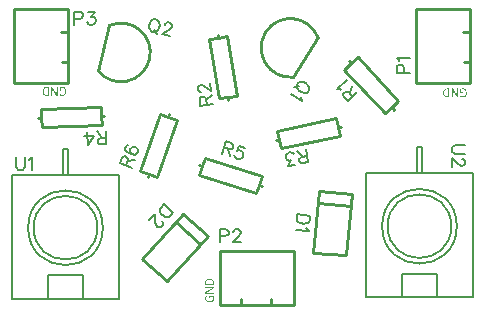
<source format=gto>
G04 Layer: TopSilkLayer*
G04 EasyEDA v6.3.39, 2020-04-28T14:26:17+02:00*
G04 c4984e7e24fd4f91a375e58d1da6a638,5f3c4bb061ab4bd6901f6ca22b42259b,10*
G04 Gerber Generator version 0.2*
G04 Scale: 100 percent, Rotated: No, Reflected: No *
G04 Dimensions in inches *
G04 leading zeros omitted , absolute positions ,2 integer and 4 decimal *
%FSLAX24Y24*%
%MOIN*%
G90*
G70D02*

%ADD10C,0.010000*%
%ADD18C,0.005000*%
%ADD20C,0.006000*%

%LPD*%
G54D10*
G01X12812Y6764D02*
G01X11448Y8226D01*
G01X11448Y8226D02*
G01X11668Y8431D01*
G01X11668Y8431D02*
G01X11887Y8635D01*
G01X11887Y8635D02*
G01X13251Y7173D01*
G01X13251Y7173D02*
G01X13031Y6968D01*
G01X13031Y6968D02*
G01X12812Y6764D01*
G01X11668Y8431D02*
G01X11599Y8504D01*
G01X13031Y6968D02*
G01X13100Y6895D01*
G01X7260Y7265D02*
G01X6947Y9240D01*
G01X6947Y9240D02*
G01X7243Y9287D01*
G01X7243Y9287D02*
G01X7539Y9334D01*
G01X7539Y9334D02*
G01X7852Y7359D01*
G01X7852Y7359D02*
G01X7556Y7312D01*
G01X7556Y7312D02*
G01X7260Y7265D01*
G01X7243Y9287D02*
G01X7227Y9386D01*
G01X7556Y7312D02*
G01X7572Y7213D01*
G01X11290Y6014D02*
G01X9334Y5598D01*
G01X9334Y5598D02*
G01X9271Y5892D01*
G01X9271Y5892D02*
G01X9209Y6185D01*
G01X9209Y6185D02*
G01X11165Y6601D01*
G01X11165Y6601D02*
G01X11228Y6307D01*
G01X11228Y6307D02*
G01X11290Y6014D01*
G01X9271Y5892D02*
G01X9174Y5871D01*
G01X11228Y6307D02*
G01X11325Y6328D01*
G01X11688Y4071D02*
G01X11509Y2032D01*
G01X11509Y2032D02*
G01X10411Y2128D01*
G01X10590Y4167D02*
G01X10411Y2128D01*
G01X11688Y4071D02*
G01X10590Y4167D01*
G01X11655Y3695D02*
G01X10557Y3791D01*
G01X10563Y9298D02*
G01X9737Y7976D01*
G54D18*
G01X12178Y642D02*
G01X12178Y4776D01*
G01X13871Y4776D01*
G01X15721Y4776D01*
G01X15721Y642D01*
G01X14540Y642D01*
G01X13359Y642D01*
G01X12178Y642D01*
G01X14540Y642D02*
G01X14540Y1429D01*
G01X13359Y1429D01*
G01X13359Y642D01*
G01X14028Y4815D02*
G01X14028Y5642D01*
G01X13871Y5642D01*
G01X13871Y4776D01*
G54D10*
G01X3359Y6385D02*
G01X1361Y6315D01*
G01X1361Y6315D02*
G01X1350Y6615D01*
G01X1350Y6615D02*
G01X1340Y6914D01*
G01X1340Y6914D02*
G01X3338Y6984D01*
G01X3338Y6984D02*
G01X3349Y6684D01*
G01X3349Y6684D02*
G01X3359Y6385D01*
G01X1350Y6615D02*
G01X1250Y6611D01*
G01X3349Y6684D02*
G01X3449Y6688D01*
G01X6791Y5294D02*
G01X8693Y4676D01*
G01X8693Y4676D02*
G01X8601Y4390D01*
G01X8601Y4390D02*
G01X8508Y4105D01*
G01X8508Y4105D02*
G01X6606Y4723D01*
G01X6606Y4723D02*
G01X6698Y5009D01*
G01X6698Y5009D02*
G01X6791Y5294D01*
G01X8601Y4390D02*
G01X8696Y4360D01*
G01X6698Y5009D02*
G01X6603Y5039D01*
G01X4640Y4852D02*
G01X5291Y6743D01*
G01X5291Y6743D02*
G01X5575Y6645D01*
G01X5575Y6645D02*
G01X5859Y6547D01*
G01X5859Y6547D02*
G01X5208Y4656D01*
G01X5208Y4656D02*
G01X4924Y4754D01*
G01X4924Y4754D02*
G01X4640Y4852D01*
G01X5575Y6645D02*
G01X5608Y6740D01*
G01X4924Y4754D02*
G01X4891Y4659D01*
G01X6894Y2691D02*
G01X5524Y1170D01*
G01X5524Y1170D02*
G01X4705Y1908D01*
G01X6075Y3429D02*
G01X4705Y1908D01*
G01X6894Y2691D02*
G01X6075Y3429D01*
G01X6641Y2411D02*
G01X5822Y3148D01*
G01X430Y7787D02*
G01X430Y10257D01*
G01X2219Y10257D01*
G01X2219Y10257D02*
G01X2219Y7787D01*
G01X2219Y7787D02*
G01X440Y7787D01*
G01X440Y7797D01*
G01X2219Y8492D02*
G01X2019Y8492D01*
G01X2219Y9493D02*
G01X2009Y9493D01*
G01X3238Y8186D02*
G01X3615Y9699D01*
G54D18*
G01X378Y592D02*
G01X378Y4726D01*
G01X2071Y4726D01*
G01X3921Y4726D01*
G01X3921Y592D01*
G01X2740Y592D01*
G01X1559Y592D01*
G01X378Y592D01*
G01X2740Y592D02*
G01X2740Y1379D01*
G01X1559Y1379D01*
G01X1559Y592D01*
G01X2228Y4765D02*
G01X2228Y5592D01*
G01X2071Y5592D01*
G01X2071Y4726D01*
G54D10*
G01X13830Y7787D02*
G01X13830Y10257D01*
G01X15619Y10257D01*
G01X15619Y10257D02*
G01X15619Y7787D01*
G01X15619Y7787D02*
G01X13839Y7787D01*
G01X13839Y7797D01*
G01X15619Y8492D02*
G01X15419Y8492D01*
G01X15619Y9493D02*
G01X15410Y9493D01*
G01X7287Y2169D02*
G01X9757Y2169D01*
G01X9757Y380D01*
G01X9757Y380D02*
G01X7287Y380D01*
G01X7287Y380D02*
G01X7287Y2159D01*
G01X7297Y2159D01*
G01X7992Y380D02*
G01X7992Y580D01*
G01X8993Y380D02*
G01X8993Y590D01*

%LPD*%
G36*
G01X1598Y7650D02*
G01X1525Y7650D01*
G01X1503Y7648D01*
G01X1484Y7645D01*
G01X1466Y7639D01*
G01X1450Y7632D01*
G01X1436Y7622D01*
G01X1424Y7610D01*
G01X1413Y7596D01*
G01X1405Y7581D01*
G01X1398Y7563D01*
G01X1393Y7544D01*
G01X1390Y7524D01*
G01X1390Y7479D01*
G01X1393Y7459D01*
G01X1398Y7440D01*
G01X1405Y7423D01*
G01X1413Y7408D01*
G01X1424Y7394D01*
G01X1436Y7383D01*
G01X1450Y7374D01*
G01X1466Y7366D01*
G01X1484Y7361D01*
G01X1504Y7357D01*
G01X1598Y7357D01*
G01X1598Y7650D01*
G37*

%LPC*%
G36*
G01X1565Y7623D02*
G01X1528Y7623D01*
G01X1504Y7620D01*
G01X1482Y7614D01*
G01X1464Y7604D01*
G01X1449Y7590D01*
G01X1438Y7573D01*
G01X1430Y7552D01*
G01X1425Y7528D01*
G01X1423Y7501D01*
G01X1425Y7475D01*
G01X1430Y7452D01*
G01X1438Y7432D01*
G01X1449Y7415D01*
G01X1464Y7401D01*
G01X1482Y7392D01*
G01X1504Y7386D01*
G01X1528Y7384D01*
G01X1565Y7384D01*
G01X1565Y7623D01*
G37*

%LPD*%
G36*
G01X1713Y7650D02*
G01X1680Y7650D01*
G01X1680Y7357D01*
G01X1711Y7357D01*
G01X1711Y7538D01*
G01X1710Y7561D01*
G01X1708Y7584D01*
G01X1707Y7607D01*
G01X1709Y7607D01*
G01X1740Y7546D01*
G01X1851Y7357D01*
G01X1886Y7357D01*
G01X1886Y7650D01*
G01X1853Y7650D01*
G01X1853Y7490D01*
G01X1855Y7444D01*
G01X1857Y7422D01*
G01X1857Y7400D01*
G01X1855Y7400D01*
G01X1823Y7459D01*
G01X1713Y7650D01*
G37*

%LPD*%
G36*
G01X2073Y7652D02*
G01X2046Y7655D01*
G01X2018Y7652D01*
G01X1993Y7645D01*
G01X1972Y7635D01*
G01X1955Y7621D01*
G01X1955Y7500D01*
G01X2051Y7500D01*
G01X2051Y7528D01*
G01X1986Y7528D01*
G01X1986Y7607D01*
G01X1997Y7615D01*
G01X2011Y7621D01*
G01X2026Y7624D01*
G01X2042Y7626D01*
G01X2065Y7623D01*
G01X2084Y7617D01*
G01X2101Y7606D01*
G01X2116Y7592D01*
G01X2127Y7574D01*
G01X2135Y7553D01*
G01X2140Y7529D01*
G01X2142Y7503D01*
G01X2140Y7476D01*
G01X2135Y7452D01*
G01X2126Y7431D01*
G01X2115Y7413D01*
G01X2101Y7399D01*
G01X2084Y7389D01*
G01X2064Y7383D01*
G01X2042Y7380D01*
G01X2021Y7383D01*
G01X2004Y7389D01*
G01X1990Y7398D01*
G01X1978Y7409D01*
G01X1959Y7388D01*
G01X1974Y7374D01*
G01X1992Y7363D01*
G01X2015Y7355D01*
G01X2044Y7351D01*
G01X2062Y7353D01*
G01X2080Y7356D01*
G01X2097Y7362D01*
G01X2112Y7370D01*
G01X2126Y7380D01*
G01X2138Y7392D01*
G01X2149Y7406D01*
G01X2158Y7422D01*
G01X2166Y7440D01*
G01X2171Y7460D01*
G01X2174Y7481D01*
G01X2176Y7503D01*
G01X2173Y7537D01*
G01X2166Y7567D01*
G01X2155Y7592D01*
G01X2139Y7614D01*
G01X2120Y7632D01*
G01X2098Y7644D01*
G01X2073Y7652D01*
G37*

%LPD*%

%LPD*%
G36*
G01X14947Y7600D02*
G01X14875Y7600D01*
G01X14853Y7598D01*
G01X14834Y7595D01*
G01X14816Y7589D01*
G01X14800Y7582D01*
G01X14786Y7572D01*
G01X14774Y7560D01*
G01X14763Y7546D01*
G01X14755Y7531D01*
G01X14748Y7513D01*
G01X14743Y7494D01*
G01X14740Y7474D01*
G01X14739Y7451D01*
G01X14740Y7429D01*
G01X14743Y7409D01*
G01X14748Y7390D01*
G01X14755Y7373D01*
G01X14763Y7358D01*
G01X14774Y7344D01*
G01X14786Y7333D01*
G01X14800Y7324D01*
G01X14816Y7316D01*
G01X14834Y7311D01*
G01X14854Y7307D01*
G01X14947Y7307D01*
G01X14947Y7600D01*
G37*

%LPC*%
G36*
G01X14914Y7573D02*
G01X14878Y7573D01*
G01X14854Y7570D01*
G01X14832Y7564D01*
G01X14814Y7554D01*
G01X14799Y7540D01*
G01X14788Y7523D01*
G01X14780Y7502D01*
G01X14775Y7478D01*
G01X14773Y7451D01*
G01X14775Y7425D01*
G01X14780Y7402D01*
G01X14788Y7382D01*
G01X14799Y7365D01*
G01X14814Y7351D01*
G01X14832Y7342D01*
G01X14854Y7336D01*
G01X14878Y7334D01*
G01X14914Y7334D01*
G01X14914Y7573D01*
G37*

%LPD*%
G36*
G01X15064Y7600D02*
G01X15030Y7600D01*
G01X15030Y7307D01*
G01X15061Y7307D01*
G01X15061Y7488D01*
G01X15060Y7511D01*
G01X15056Y7557D01*
G01X15059Y7557D01*
G01X15090Y7496D01*
G01X15202Y7307D01*
G01X15235Y7307D01*
G01X15235Y7600D01*
G01X15203Y7600D01*
G01X15203Y7440D01*
G01X15205Y7394D01*
G01X15207Y7350D01*
G01X15206Y7350D01*
G01X15173Y7409D01*
G01X15064Y7600D01*
G37*

%LPD*%
G36*
G01X15423Y7602D02*
G01X15396Y7605D01*
G01X15368Y7602D01*
G01X15343Y7595D01*
G01X15322Y7585D01*
G01X15306Y7571D01*
G01X15306Y7450D01*
G01X15401Y7450D01*
G01X15401Y7478D01*
G01X15336Y7478D01*
G01X15336Y7557D01*
G01X15347Y7565D01*
G01X15361Y7571D01*
G01X15376Y7574D01*
G01X15393Y7576D01*
G01X15415Y7573D01*
G01X15435Y7567D01*
G01X15452Y7556D01*
G01X15466Y7542D01*
G01X15477Y7524D01*
G01X15485Y7503D01*
G01X15490Y7479D01*
G01X15492Y7453D01*
G01X15490Y7426D01*
G01X15485Y7402D01*
G01X15476Y7381D01*
G01X15465Y7363D01*
G01X15451Y7349D01*
G01X15434Y7339D01*
G01X15414Y7333D01*
G01X15393Y7330D01*
G01X15371Y7333D01*
G01X15354Y7339D01*
G01X15340Y7348D01*
G01X15327Y7359D01*
G01X15310Y7338D01*
G01X15324Y7324D01*
G01X15343Y7313D01*
G01X15365Y7305D01*
G01X15393Y7301D01*
G01X15412Y7303D01*
G01X15430Y7306D01*
G01X15447Y7312D01*
G01X15462Y7320D01*
G01X15476Y7330D01*
G01X15488Y7342D01*
G01X15499Y7356D01*
G01X15508Y7372D01*
G01X15516Y7390D01*
G01X15521Y7410D01*
G01X15524Y7431D01*
G01X15526Y7453D01*
G01X15523Y7487D01*
G01X15516Y7517D01*
G01X15505Y7542D01*
G01X15489Y7564D01*
G01X15470Y7582D01*
G01X15448Y7594D01*
G01X15423Y7602D01*
G37*

%LPD*%

%LPD*%
G36*
G01X6974Y1259D02*
G01X6929Y1259D01*
G01X6909Y1256D01*
G01X6890Y1251D01*
G01X6873Y1244D01*
G01X6858Y1236D01*
G01X6844Y1225D01*
G01X6833Y1213D01*
G01X6824Y1199D01*
G01X6816Y1183D01*
G01X6811Y1165D01*
G01X6807Y1145D01*
G01X6806Y1123D01*
G01X6806Y1051D01*
G01X7100Y1051D01*
G01X7100Y1125D01*
G01X7098Y1146D01*
G01X7095Y1165D01*
G01X7089Y1183D01*
G01X7081Y1199D01*
G01X7072Y1213D01*
G01X7060Y1225D01*
G01X7046Y1236D01*
G01X7031Y1244D01*
G01X7014Y1251D01*
G01X6994Y1256D01*
G01X6974Y1259D01*
G37*

%LPC*%
G36*
G01X6978Y1224D02*
G01X6952Y1226D01*
G01X6925Y1224D01*
G01X6902Y1219D01*
G01X6882Y1211D01*
G01X6865Y1200D01*
G01X6851Y1185D01*
G01X6842Y1167D01*
G01X6835Y1145D01*
G01X6834Y1121D01*
G01X6834Y1084D01*
G01X7072Y1084D01*
G01X7072Y1121D01*
G01X7070Y1145D01*
G01X7064Y1167D01*
G01X7054Y1185D01*
G01X7040Y1200D01*
G01X7023Y1211D01*
G01X7002Y1219D01*
G01X6978Y1224D01*
G37*

%LPD*%
G36*
G01X7100Y969D02*
G01X6806Y969D01*
G01X6806Y938D01*
G01X6988Y938D01*
G01X7011Y939D01*
G01X7034Y941D01*
G01X7056Y942D01*
G01X7056Y940D01*
G01X6997Y909D01*
G01X6806Y798D01*
G01X6806Y763D01*
G01X7100Y763D01*
G01X7100Y796D01*
G01X6939Y796D01*
G01X6917Y795D01*
G01X6894Y794D01*
G01X6872Y792D01*
G01X6850Y792D01*
G01X6850Y794D01*
G01X6910Y826D01*
G01X7100Y936D01*
G01X7100Y969D01*
G37*

%LPD*%
G36*
G01X7072Y694D02*
G01X6950Y694D01*
G01X6950Y598D01*
G01X6977Y598D01*
G01X6977Y663D01*
G01X7057Y663D01*
G01X7065Y652D01*
G01X7071Y638D01*
G01X7074Y623D01*
G01X7076Y607D01*
G01X7073Y584D01*
G01X7067Y565D01*
G01X7056Y548D01*
G01X7042Y533D01*
G01X7024Y522D01*
G01X7003Y514D01*
G01X6979Y509D01*
G01X6952Y507D01*
G01X6926Y509D01*
G01X6902Y514D01*
G01X6881Y523D01*
G01X6863Y534D01*
G01X6849Y548D01*
G01X6839Y565D01*
G01X6833Y585D01*
G01X6831Y607D01*
G01X6833Y628D01*
G01X6839Y645D01*
G01X6848Y659D01*
G01X6859Y671D01*
G01X6838Y690D01*
G01X6824Y675D01*
G01X6813Y657D01*
G01X6805Y634D01*
G01X6802Y605D01*
G01X6803Y587D01*
G01X6806Y569D01*
G01X6812Y552D01*
G01X6820Y537D01*
G01X6830Y523D01*
G01X6842Y511D01*
G01X6856Y500D01*
G01X6872Y491D01*
G01X6890Y483D01*
G01X6910Y478D01*
G01X6931Y475D01*
G01X6953Y473D01*
G01X6987Y476D01*
G01X7017Y483D01*
G01X7043Y494D01*
G01X7064Y510D01*
G01X7081Y529D01*
G01X7094Y551D01*
G01X7102Y576D01*
G01X7105Y603D01*
G01X7102Y631D01*
G01X7095Y656D01*
G01X7085Y677D01*
G01X7072Y694D01*
G37*

%LPD*%
G54D20*
G01X11567Y7190D02*
G01X11881Y7482D01*
G01X11567Y7190D02*
G01X11442Y7324D01*
G01X11415Y7383D01*
G01X11416Y7412D01*
G01X11432Y7455D01*
G01X11462Y7483D01*
G01X11506Y7496D01*
G01X11535Y7495D01*
G01X11591Y7464D01*
G01X11717Y7329D01*
G01X11619Y7434D02*
G01X11686Y7692D01*
G01X11340Y7554D02*
G01X11297Y7569D01*
G01X11210Y7573D01*
G01X11524Y7866D01*
G01X6651Y7028D02*
G01X7075Y7096D01*
G01X6651Y7028D02*
G01X6622Y7210D01*
G01X6632Y7274D01*
G01X6650Y7298D01*
G01X6687Y7324D01*
G01X6728Y7330D01*
G01X6771Y7317D01*
G01X6794Y7299D01*
G01X6824Y7242D01*
G01X6853Y7060D01*
G01X6830Y7202D02*
G01X7030Y7378D01*
G01X6683Y7481D02*
G01X6663Y7478D01*
G01X6619Y7491D01*
G01X6595Y7509D01*
G01X6569Y7546D01*
G01X6556Y7626D01*
G01X6570Y7670D01*
G01X6587Y7694D01*
G01X6625Y7720D01*
G01X6665Y7726D01*
G01X6709Y7713D01*
G01X6775Y7682D01*
G01X7009Y7511D01*
G01X6964Y7795D01*
G01X10244Y5155D02*
G01X10155Y5575D01*
G01X10244Y5155D02*
G01X10064Y5117D01*
G01X10000Y5124D01*
G01X9975Y5140D01*
G01X9947Y5176D01*
G01X9939Y5216D01*
G01X9950Y5260D01*
G01X9966Y5284D01*
G01X10021Y5317D01*
G01X10201Y5355D01*
G01X10062Y5325D02*
G01X9875Y5516D01*
G01X9792Y5059D02*
G01X9572Y5013D01*
G01X9657Y5198D01*
G01X9597Y5186D01*
G01X9553Y5197D01*
G01X9529Y5212D01*
G01X9496Y5268D01*
G01X9487Y5308D01*
G01X9495Y5373D01*
G01X9527Y5421D01*
G01X9582Y5453D01*
G01X9642Y5466D01*
G01X9707Y5459D01*
G01X9731Y5444D01*
G01X9760Y5408D01*
G01X10302Y3360D02*
G01X9874Y3397D01*
G01X10302Y3360D02*
G01X10289Y3217D01*
G01X10264Y3157D01*
G01X10220Y3121D01*
G01X10177Y3104D01*
G01X10113Y3089D01*
G01X10012Y3098D01*
G01X9953Y3123D01*
G01X9914Y3148D01*
G01X9876Y3191D01*
G01X9862Y3255D01*
G01X9874Y3397D01*
G01X10183Y2948D02*
G01X10201Y2905D01*
G01X10256Y2838D01*
G01X9829Y2875D01*
G01X10269Y7555D02*
G01X10274Y7600D01*
G01X10261Y7656D01*
G01X10237Y7696D01*
G01X10195Y7746D01*
G01X10109Y7800D01*
G01X10047Y7815D01*
G01X10001Y7819D01*
G01X9944Y7806D01*
G01X9906Y7782D01*
G01X9862Y7712D01*
G01X9858Y7668D01*
G01X9871Y7611D01*
G01X9895Y7572D01*
G01X9936Y7523D01*
G01X10022Y7469D01*
G01X10085Y7453D01*
G01X10131Y7449D01*
G01X10188Y7462D01*
G01X10226Y7485D01*
G01X10269Y7555D01*
G01X9942Y7687D02*
G01X9773Y7648D01*
G01X10020Y7311D02*
G01X10016Y7265D01*
G01X10035Y7180D01*
G01X9671Y7407D01*
G01X15453Y5700D02*
G01X15147Y5700D01*
G01X15085Y5680D01*
G01X15044Y5638D01*
G01X15025Y5576D01*
G01X15025Y5536D01*
G01X15044Y5475D01*
G01X15085Y5434D01*
G01X15147Y5413D01*
G01X15453Y5413D01*
G01X15352Y5257D02*
G01X15372Y5257D01*
G01X15413Y5238D01*
G01X15434Y5217D01*
G01X15453Y5176D01*
G01X15453Y5094D01*
G01X15434Y5053D01*
G01X15413Y5032D01*
G01X15372Y5013D01*
G01X15331Y5013D01*
G01X15289Y5032D01*
G01X15228Y5073D01*
G01X15025Y5278D01*
G01X15025Y4992D01*
G01X3515Y5746D02*
G01X3500Y6175D01*
G01X3515Y5746D02*
G01X3331Y5739D01*
G01X3270Y5757D01*
G01X3248Y5777D01*
G01X3227Y5818D01*
G01X3225Y5859D01*
G01X3244Y5900D01*
G01X3264Y5921D01*
G01X3324Y5943D01*
G01X3508Y5950D01*
G01X3365Y5945D02*
G01X3215Y6165D01*
G01X2890Y5724D02*
G01X3085Y6017D01*
G01X2778Y6006D01*
G01X2890Y5724D02*
G01X2875Y6153D01*
G01X7490Y5831D02*
G01X7357Y5423D01*
G01X7490Y5831D02*
G01X7665Y5774D01*
G01X7717Y5737D01*
G01X7730Y5710D01*
G01X7736Y5665D01*
G01X7724Y5626D01*
G01X7692Y5593D01*
G01X7666Y5581D01*
G01X7602Y5580D01*
G01X7427Y5637D01*
G01X7563Y5593D02*
G01X7629Y5335D01*
G01X8124Y5625D02*
G01X7929Y5689D01*
G01X7853Y5520D01*
G01X7878Y5533D01*
G01X7944Y5533D01*
G01X8002Y5515D01*
G01X8053Y5476D01*
G01X8080Y5425D01*
G01X8081Y5360D01*
G01X8068Y5321D01*
G01X8029Y5269D01*
G01X7978Y5243D01*
G01X7914Y5243D01*
G01X7856Y5261D01*
G01X7803Y5300D01*
G01X7790Y5325D01*
G01X7783Y5370D01*
G01X3970Y5097D02*
G01X4376Y4958D01*
G01X3970Y5097D02*
G01X4030Y5271D01*
G01X4069Y5322D01*
G01X4096Y5335D01*
G01X4141Y5341D01*
G01X4180Y5328D01*
G01X4212Y5295D01*
G01X4224Y5269D01*
G01X4223Y5205D01*
G01X4163Y5031D01*
G01X4210Y5166D02*
G01X4469Y5228D01*
G01X4245Y5708D02*
G01X4199Y5702D01*
G01X4161Y5650D01*
G01X4147Y5612D01*
G01X4146Y5547D01*
G01X4192Y5489D01*
G01X4281Y5435D01*
G01X4378Y5402D01*
G01X4462Y5395D01*
G01X4514Y5421D01*
G01X4553Y5472D01*
G01X4560Y5492D01*
G01X4561Y5556D01*
G01X4535Y5608D01*
G01X4484Y5647D01*
G01X4464Y5654D01*
G01X4400Y5655D01*
G01X4348Y5629D01*
G01X4309Y5578D01*
G01X4302Y5558D01*
G01X4301Y5494D01*
G01X4327Y5442D01*
G01X4378Y5402D01*
G01X5737Y3446D02*
G01X5418Y3733D01*
G01X5737Y3446D02*
G01X5641Y3339D01*
G01X5585Y3307D01*
G01X5528Y3304D01*
G01X5483Y3316D01*
G01X5424Y3343D01*
G01X5348Y3411D01*
G01X5316Y3467D01*
G01X5299Y3510D01*
G01X5296Y3567D01*
G01X5322Y3626D01*
G01X5418Y3733D01*
G01X5365Y3185D02*
G01X5380Y3172D01*
G01X5397Y3130D01*
G01X5399Y3100D01*
G01X5386Y3056D01*
G01X5332Y2996D01*
G01X5290Y2979D01*
G01X5260Y2977D01*
G01X5216Y2990D01*
G01X5186Y3017D01*
G01X5169Y3060D01*
G01X5151Y3131D01*
G01X5136Y3420D01*
G01X4944Y3207D01*
G01X2450Y10153D02*
G01X2450Y9725D01*
G01X2450Y10153D02*
G01X2634Y10153D01*
G01X2694Y10134D01*
G01X2715Y10113D01*
G01X2736Y10071D01*
G01X2736Y10011D01*
G01X2715Y9969D01*
G01X2694Y9950D01*
G01X2634Y9928D01*
G01X2450Y9928D01*
G01X2911Y10153D02*
G01X3136Y10153D01*
G01X3015Y9990D01*
G01X3076Y9990D01*
G01X3117Y9969D01*
G01X3136Y9950D01*
G01X3157Y9888D01*
G01X3157Y9846D01*
G01X3136Y9786D01*
G01X3096Y9744D01*
G01X3034Y9725D01*
G01X2973Y9725D01*
G01X2911Y9744D01*
G01X2892Y9765D01*
G01X2871Y9805D01*
G01X5129Y9910D02*
G01X5084Y9901D01*
G01X5034Y9871D01*
G01X5004Y9836D01*
G01X4970Y9781D01*
G01X4945Y9682D01*
G01X4950Y9618D01*
G01X4960Y9573D01*
G01X4990Y9523D01*
G01X5025Y9494D01*
G01X5104Y9474D01*
G01X5148Y9484D01*
G01X5198Y9514D01*
G01X5228Y9548D01*
G01X5262Y9603D01*
G01X5287Y9702D01*
G01X5283Y9767D01*
G01X5272Y9812D01*
G01X5242Y9861D01*
G01X5208Y9890D01*
G01X5129Y9910D01*
G01X5104Y9558D02*
G01X5194Y9410D01*
G01X5453Y9724D02*
G01X5458Y9744D01*
G01X5487Y9779D01*
G01X5513Y9794D01*
G01X5558Y9803D01*
G01X5636Y9784D01*
G01X5671Y9754D01*
G01X5686Y9729D01*
G01X5696Y9684D01*
G01X5686Y9645D01*
G01X5657Y9610D01*
G01X5602Y9560D01*
G01X5354Y9412D01*
G01X5632Y9343D01*
G01X500Y5303D02*
G01X500Y4996D01*
G01X519Y4936D01*
G01X561Y4894D01*
G01X623Y4875D01*
G01X663Y4875D01*
G01X725Y4894D01*
G01X765Y4936D01*
G01X786Y4996D01*
G01X786Y5303D01*
G01X921Y5221D02*
G01X961Y5242D01*
G01X1023Y5303D01*
G01X1023Y4875D01*
G01X13196Y8100D02*
G01X13625Y8100D01*
G01X13196Y8100D02*
G01X13196Y8284D01*
G01X13215Y8344D01*
G01X13236Y8365D01*
G01X13277Y8386D01*
G01X13339Y8386D01*
G01X13380Y8365D01*
G01X13400Y8344D01*
G01X13421Y8284D01*
G01X13421Y8100D01*
G01X13277Y8521D02*
G01X13256Y8561D01*
G01X13196Y8623D01*
G01X13625Y8623D01*
G01X7300Y2903D02*
G01X7300Y2475D01*
G01X7300Y2903D02*
G01X7484Y2903D01*
G01X7544Y2884D01*
G01X7565Y2863D01*
G01X7585Y2821D01*
G01X7585Y2761D01*
G01X7565Y2719D01*
G01X7544Y2700D01*
G01X7484Y2678D01*
G01X7300Y2678D01*
G01X7742Y2801D02*
G01X7742Y2821D01*
G01X7761Y2863D01*
G01X7782Y2884D01*
G01X7823Y2903D01*
G01X7905Y2903D01*
G01X7946Y2884D01*
G01X7967Y2863D01*
G01X7986Y2821D01*
G01X7986Y2780D01*
G01X7967Y2740D01*
G01X7926Y2678D01*
G01X7721Y2475D01*
G01X8007Y2475D01*
G54D10*
G75*
G01X10565Y9298D02*
G03X9738Y7975I-914J-349D01*
G01*
G54D18*
G75*
G01X12705Y3005D02*
G03X12705Y3008I1245J1D01*
G01*
G75*
G01X12891Y3005D02*
G03X12891Y3007I1059J1D01*
G01*
G54D10*
G75*
G01X3238Y8186D02*
G03X3615Y9700I761J614D01*
G01*
G54D18*
G75*
G01X905Y2955D02*
G03X905Y2958I1245J1D01*
G01*
G75*
G01X1091Y2955D02*
G03X1091Y2957I1059J1D01*
G01*
M00*
M02*

</source>
